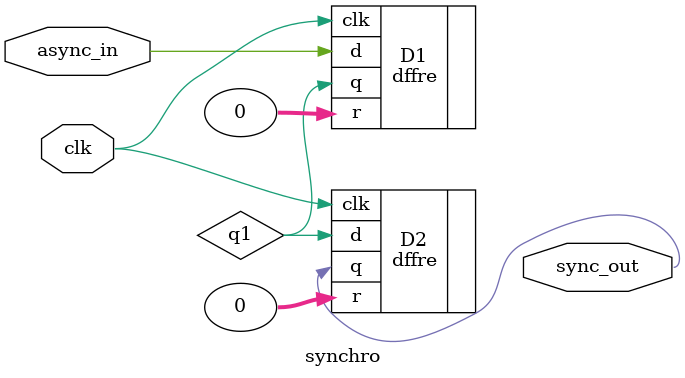
<source format=v>
module synchro(async_in,clk,sync_out);
    input async_in,clk;
    output sync_out;
    wire q1;
    
    dffre #(.n(1)) D1(.d(async_in),.r(0),.clk(clk),.q(q1));
    dffre #(.n(1)) D2(.d(q1),.r(0),.clk(clk),.q(sync_out));

endmodule

</source>
